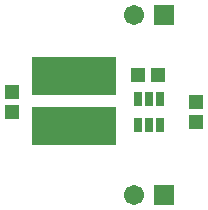
<source format=gbr>
G04 DipTrace 3.0.0.2*
G04 TopMask.gbr*
%MOIN*%
G04 #@! TF.FileFunction,Soldermask,Top*
G04 #@! TF.Part,Single*
%ADD31R,0.051339X0.047402*%
%ADD33R,0.047402X0.051339*%
%ADD35C,0.067087*%
%ADD37R,0.067087X0.067087*%
%ADD39R,0.283622X0.126142*%
%ADD41R,0.027717X0.047402*%
%FSLAX26Y26*%
G04*
G70*
G90*
G75*
G01*
G04 TopMask*
%LPD*%
D41*
X856940Y676934D3*
X894341D3*
X931743D3*
X894341Y762564D3*
X931743D3*
X856940D3*
D39*
X644367Y674738D3*
Y840092D3*
D37*
X944341Y443630D3*
D35*
X844341D3*
D33*
X438139Y718483D3*
Y785412D3*
X1050575Y687236D3*
Y754165D3*
D31*
X856845Y843470D3*
X923774D3*
D37*
X944341Y1043630D3*
D35*
X844341D3*
M02*

</source>
